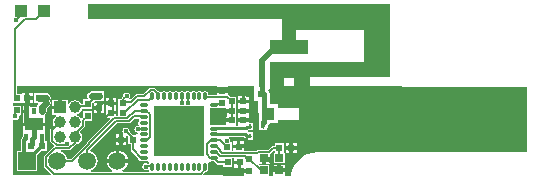
<source format=gtl>
%FSLAX44Y44*%
%MOMM*%
G71*
G01*
G75*
G04 Layer_Physical_Order=1*
G04 Layer_Color=255*
%ADD10R,0.6000X0.6000*%
%ADD11R,0.6000X0.6000*%
%ADD12R,3.4800X0.2000*%
%ADD13R,0.4600X0.4600*%
%ADD14R,0.7500X0.6500*%
%ADD15R,0.2500X0.4000*%
%ADD16R,2.2000X1.0500*%
%ADD17R,1.0500X1.0000*%
%ADD18R,0.3500X0.6000*%
%ADD19R,1.6000X1.0000*%
%ADD20R,1.0000X1.0000*%
%ADD21O,0.7500X0.2800*%
%ADD22O,0.2800X0.7500*%
%ADD23R,4.2000X4.2000*%
%ADD24C,0.1500*%
%ADD25C,0.4000*%
%ADD26C,0.6000*%
%ADD27C,0.2200*%
%ADD28C,0.2500*%
%ADD29C,0.3000*%
%ADD30C,0.2000*%
%ADD31R,4.1148X1.3716*%
%ADD32R,1.0000X1.0000*%
%ADD33C,1.0000*%
%ADD34C,1.5000*%
%ADD35R,1.5000X1.5000*%
%ADD36C,0.4000*%
G36*
X2608920Y2550520D02*
X2609323Y2550250D01*
Y2549250D01*
X2608920Y2548980D01*
X2608389Y2548186D01*
X2608203Y2547250D01*
X2608389Y2546314D01*
X2608842Y2545636D01*
X2608286Y2544805D01*
X2608255Y2544811D01*
X2607085Y2544578D01*
X2606093Y2543915D01*
X2605429Y2542923D01*
X2605197Y2541752D01*
X2605429Y2540582D01*
X2606093Y2539589D01*
X2607085Y2538926D01*
X2607366Y2538870D01*
X2608351Y2538212D01*
X2608115Y2537240D01*
X2603933Y2536766D01*
X2601014Y2539685D01*
X2601103Y2540132D01*
X2600870Y2541302D01*
X2600207Y2542295D01*
X2599214Y2542958D01*
X2598044Y2543191D01*
X2596873Y2542958D01*
X2595881Y2542295D01*
X2595218Y2541302D01*
X2594985Y2540132D01*
X2595218Y2538961D01*
X2595762Y2538148D01*
X2595306Y2537296D01*
Y2534266D01*
X2598306D01*
Y2536040D01*
X2598975Y2536317D01*
X2599806Y2535762D01*
Y2528766D01*
X2602022D01*
Y2524544D01*
X2602158Y2523861D01*
X2602544Y2523283D01*
X2608265Y2517562D01*
X2608203Y2517250D01*
X2608389Y2516314D01*
X2608920Y2515520D01*
X2609714Y2514989D01*
X2610650Y2514803D01*
X2615350D01*
X2616227Y2514977D01*
X2617000Y2514343D01*
Y2513750D01*
X2617293D01*
X2617754Y2513188D01*
X2617327Y2512284D01*
X2616902D01*
X2616233Y2512732D01*
X2615062Y2512965D01*
X2613892Y2512732D01*
X2612899Y2512069D01*
X2612236Y2511077D01*
X2612003Y2509906D01*
X2612236Y2508736D01*
X2612899Y2507743D01*
X2613892Y2507080D01*
X2615062Y2506847D01*
X2616233Y2507080D01*
X2616971Y2507573D01*
X2617514Y2507348D01*
X2617851Y2506406D01*
X2617867Y2506436D01*
X2617532Y2505810D01*
X2595298D01*
X2595103Y2506791D01*
X2595339Y2506889D01*
X2597219Y2508331D01*
X2598661Y2510211D01*
X2599568Y2512401D01*
X2599680Y2513250D01*
X2581920D01*
X2582032Y2512401D01*
X2582939Y2510211D01*
X2584381Y2508331D01*
X2586261Y2506889D01*
X2586497Y2506791D01*
X2586302Y2505810D01*
X2568592D01*
X2568397Y2506791D01*
X2569687Y2507325D01*
X2571462Y2508688D01*
X2572825Y2510463D01*
X2573681Y2512531D01*
X2573973Y2514750D01*
X2573681Y2516969D01*
X2572825Y2519037D01*
X2571462Y2520812D01*
X2569687Y2522175D01*
X2567917Y2522908D01*
X2567728Y2523858D01*
X2567733Y2523900D01*
X2577536Y2533703D01*
X2577800Y2534098D01*
X2590418Y2546716D01*
X2600453D01*
X2601135Y2546852D01*
X2601714Y2547238D01*
X2605192Y2550716D01*
X2608789D01*
X2608920Y2550520D01*
D02*
G37*
G36*
X2683000Y2558750D02*
X2687500D01*
Y2555750D01*
X2683000D01*
Y2552750D01*
Y2550750D01*
X2687500D01*
Y2547750D01*
X2683000D01*
Y2545250D01*
X2669000D01*
X2669000Y2545250D01*
Y2559690D01*
X2683000D01*
Y2558750D01*
D02*
G37*
G36*
X2689750Y2515000D02*
X2694250D01*
Y2513500D01*
X2695750D01*
Y2509000D01*
X2697750D01*
Y2508000D01*
X2702250D01*
Y2505000D01*
X2697750D01*
Y2503120D01*
X2697041Y2502415D01*
X2663546Y2502568D01*
X2663166Y2503492D01*
X2664938Y2505265D01*
X2665250Y2505203D01*
X2666187Y2505389D01*
X2666980Y2505920D01*
X2667511Y2506714D01*
X2667697Y2507650D01*
Y2512350D01*
X2667572Y2512977D01*
X2668207Y2513750D01*
X2669000D01*
Y2514244D01*
X2669773Y2514878D01*
X2670150Y2514803D01*
X2672424D01*
X2674988Y2512238D01*
X2675567Y2511852D01*
X2676250Y2511716D01*
X2680250D01*
Y2509500D01*
X2688250D01*
Y2516966D01*
X2689750D01*
Y2515000D01*
D02*
G37*
G36*
X2716500Y2547000D02*
X2714750Y2542000D01*
X2712750Y2544000D01*
Y2548500D01*
X2716500Y2547000D01*
D02*
G37*
G36*
X2831346Y2577862D02*
X2832232Y2577686D01*
X2937935D01*
Y2522314D01*
X2760000D01*
Y2522378D01*
X2755634Y2521948D01*
X2751436Y2520674D01*
X2747568Y2518606D01*
X2744177Y2515824D01*
X2741394Y2512432D01*
X2739326Y2508564D01*
X2738052Y2504366D01*
X2737850Y2502314D01*
X2733000D01*
Y2505500D01*
X2722500D01*
Y2502314D01*
X2719500D01*
Y2502750D01*
X2719500D01*
Y2511250D01*
X2711066D01*
X2710510Y2512081D01*
X2710580Y2512250D01*
X2713250D01*
Y2517000D01*
X2714750D01*
Y2518500D01*
X2720000D01*
Y2520829D01*
X2720115Y2520851D01*
X2720694Y2521238D01*
X2723076Y2523621D01*
X2724000Y2523238D01*
Y2521750D01*
D01*
Y2521750D01*
X2723500Y2521250D01*
X2723000D01*
Y2512750D01*
X2732500D01*
Y2521250D01*
X2732000D01*
Y2521750D01*
X2732000D01*
Y2529750D01*
X2724000D01*
Y2527534D01*
X2722682D01*
X2721999Y2527399D01*
X2721420Y2527012D01*
X2718693Y2524284D01*
X2710068D01*
X2709385Y2524149D01*
X2708806Y2523762D01*
X2708579Y2523534D01*
X2698000D01*
Y2525500D01*
X2689000D01*
Y2523534D01*
X2687500D01*
Y2531000D01*
X2687174D01*
X2686559Y2531750D01*
X2686326Y2532921D01*
X2685663Y2533913D01*
X2685156Y2534252D01*
X2685446Y2535209D01*
X2698263D01*
X2698986Y2534486D01*
X2699680Y2534022D01*
X2700500Y2533859D01*
X2701010D01*
Y2532760D01*
X2705750D01*
Y2532500D01*
X2705993D01*
Y2533591D01*
Y2538501D01*
X2705993Y2539310D01*
X2705166Y2539327D01*
X2701290D01*
X2701264Y2540749D01*
X2705997D01*
Y2547500D01*
X2705750D01*
Y2547240D01*
X2702000D01*
Y2547750D01*
X2693000D01*
Y2544750D01*
D01*
Y2544750D01*
X2692691Y2544441D01*
X2691500D01*
Y2545250D01*
X2691500D01*
Y2553250D01*
D01*
Y2553250D01*
X2691500Y2553250D01*
Y2553250D01*
X2691500D01*
X2691500D01*
Y2561250D01*
Y2569250D01*
X2686023D01*
X2685012Y2570262D01*
X2684433Y2570648D01*
X2684250Y2570685D01*
Y2572250D01*
X2675250D01*
Y2570784D01*
X2667697D01*
Y2571850D01*
X2667511Y2572786D01*
X2666980Y2573580D01*
X2666187Y2574111D01*
X2665250Y2574297D01*
X2664314Y2574111D01*
X2663520Y2573580D01*
X2663250Y2573177D01*
X2662250D01*
X2661980Y2573580D01*
X2661187Y2574111D01*
X2660250Y2574297D01*
X2659314Y2574111D01*
X2658520Y2573580D01*
X2658250Y2573177D01*
X2657250D01*
X2656980Y2573580D01*
X2656187Y2574111D01*
X2655250Y2574297D01*
X2654314Y2574111D01*
X2653520Y2573580D01*
X2653250Y2573177D01*
X2652250D01*
X2651980Y2573580D01*
X2651187Y2574111D01*
X2650250Y2574297D01*
X2649314Y2574111D01*
X2648520Y2573580D01*
X2648250Y2573177D01*
X2647250D01*
X2646980Y2573580D01*
X2646187Y2574111D01*
X2645250Y2574297D01*
X2644314Y2574111D01*
X2643520Y2573580D01*
X2643250Y2573177D01*
X2642250D01*
X2641980Y2573580D01*
X2641187Y2574111D01*
X2640250Y2574297D01*
X2639314Y2574111D01*
X2638520Y2573580D01*
X2638250Y2573177D01*
X2637250D01*
X2636980Y2573580D01*
X2636187Y2574111D01*
X2635250Y2574297D01*
X2634314Y2574111D01*
X2633520Y2573580D01*
X2633250Y2573177D01*
X2632250D01*
X2631980Y2573580D01*
X2631187Y2574111D01*
X2630250Y2574297D01*
X2629314Y2574111D01*
X2628520Y2573580D01*
X2628250Y2573177D01*
X2627250D01*
X2626980Y2573580D01*
X2626187Y2574111D01*
X2625250Y2574297D01*
X2624901Y2574228D01*
X2622816Y2576312D01*
X2622238Y2576699D01*
X2621555Y2576834D01*
X2618945D01*
X2618262Y2576699D01*
X2617683Y2576312D01*
X2612863Y2571490D01*
X2612672Y2571453D01*
X2612617Y2571416D01*
X2607139D01*
X2606456Y2571280D01*
X2605877Y2570893D01*
X2602208Y2567224D01*
X2601213Y2567322D01*
X2600969Y2567687D01*
X2601632Y2568680D01*
X2601865Y2569850D01*
X2601632Y2571021D01*
X2600969Y2572013D01*
X2599977Y2572676D01*
X2598806Y2572909D01*
X2597635Y2572676D01*
X2596643Y2572013D01*
X2595980Y2571021D01*
X2595747Y2569850D01*
X2595836Y2569403D01*
X2594670Y2568238D01*
X2594283Y2567659D01*
X2594252Y2567500D01*
X2591500D01*
Y2559750D01*
X2591250D01*
Y2552784D01*
X2589750D01*
Y2554250D01*
X2585250D01*
Y2557250D01*
X2589750D01*
Y2559000D01*
X2590000D01*
Y2562000D01*
X2585500D01*
Y2563500D01*
X2584000D01*
Y2568000D01*
X2581000D01*
Y2560250D01*
X2580750D01*
Y2551250D01*
X2584487D01*
X2584870Y2550326D01*
X2567571Y2533027D01*
X2567549Y2533022D01*
X2566970Y2532636D01*
X2565439Y2531104D01*
X2565052Y2530525D01*
X2564923Y2529878D01*
X2551579Y2516534D01*
X2548338D01*
X2548281Y2516969D01*
X2547425Y2519037D01*
X2546062Y2520812D01*
X2544287Y2522175D01*
X2542693Y2522835D01*
X2542888Y2523816D01*
X2546272D01*
X2546297Y2523800D01*
X2546979Y2523664D01*
X2550086D01*
X2550769Y2523800D01*
X2551348Y2524186D01*
X2556128Y2528967D01*
X2557291Y2529198D01*
X2559276Y2530524D01*
X2560602Y2532509D01*
X2561068Y2534850D01*
X2560602Y2537191D01*
X2559276Y2539176D01*
X2559219Y2539750D01*
X2562962Y2543492D01*
X2563348Y2544071D01*
X2563484Y2544754D01*
Y2548341D01*
X2564055Y2548912D01*
X2569532D01*
Y2556912D01*
X2561532D01*
Y2551500D01*
X2560791Y2550829D01*
X2559918Y2550915D01*
X2559276Y2551876D01*
X2557291Y2553202D01*
X2556295Y2553400D01*
Y2554400D01*
X2557291Y2554598D01*
X2559276Y2555924D01*
X2560602Y2557909D01*
X2560801Y2558912D01*
X2561532D01*
Y2558912D01*
X2569532D01*
Y2563544D01*
X2570363Y2564100D01*
X2570750Y2563940D01*
Y2561250D01*
X2573750D01*
Y2564250D01*
X2571317D01*
X2571286Y2564297D01*
X2571286D01*
X2570957Y2564790D01*
X2571429Y2565672D01*
X2575250D01*
X2575644Y2565750D01*
X2579250D01*
Y2569356D01*
X2579328Y2569750D01*
X2579250Y2570144D01*
Y2573750D01*
X2575644D01*
X2575250Y2573828D01*
X2569250D01*
X2567689Y2573518D01*
X2566366Y2572634D01*
X2565482Y2571311D01*
X2565172Y2569750D01*
X2565482Y2568189D01*
X2565746Y2567794D01*
X2565275Y2566912D01*
X2561532D01*
Y2562918D01*
X2560383D01*
X2559276Y2564576D01*
X2557291Y2565902D01*
X2554950Y2566367D01*
X2552609Y2565902D01*
X2550624Y2564576D01*
X2549707Y2563203D01*
X2548750Y2563493D01*
Y2566750D01*
X2543750D01*
Y2560250D01*
X2542250D01*
Y2558750D01*
X2535750D01*
Y2553750D01*
X2539007D01*
X2539297Y2552793D01*
X2537924Y2551876D01*
X2536598Y2549891D01*
X2536133Y2547550D01*
X2536598Y2545209D01*
X2536913Y2544737D01*
X2534238Y2542062D01*
X2533851Y2541483D01*
X2533716Y2540800D01*
X2533716Y2540800D01*
X2533716D01*
X2533716Y2540800D01*
X2533716D01*
Y2532054D01*
X2533851Y2531371D01*
X2534238Y2530792D01*
X2536946Y2528085D01*
X2536848Y2527090D01*
X2536507Y2526862D01*
X2528988Y2519343D01*
X2528602Y2518764D01*
X2528466Y2518082D01*
Y2510711D01*
X2528602Y2510029D01*
X2528988Y2509450D01*
X2534356Y2504082D01*
X2533971Y2503159D01*
X2502314Y2503304D01*
Y2549294D01*
X2503196Y2549766D01*
X2503330Y2549677D01*
X2504500Y2549444D01*
X2505671Y2549677D01*
X2506663Y2550340D01*
X2507326Y2551332D01*
X2507559Y2552503D01*
X2507465Y2552977D01*
X2508099Y2553750D01*
X2509500D01*
Y2561750D01*
X2502314D01*
Y2563750D01*
X2509293D01*
X2509293Y2563750D01*
X2509293Y2563750D01*
X2509500Y2563750D01*
D01*
X2510000Y2563500D01*
X2510207Y2563500D01*
X2510207Y2563500D01*
Y2563500D01*
X2513000D01*
Y2568000D01*
Y2572500D01*
X2510000D01*
Y2572250D01*
X2509500Y2571750D01*
X2509293Y2571750D01*
X2509293Y2571750D01*
Y2571750D01*
X2505848D01*
Y2578000D01*
X2675250D01*
Y2575250D01*
X2684250D01*
Y2578000D01*
X2706500D01*
Y2577250D01*
X2706500D01*
Y2565250D01*
X2709642D01*
Y2554994D01*
X2711006Y2554996D01*
X2711003Y2554992D01*
Y2540749D01*
X2717750D01*
Y2541312D01*
X2719351Y2545886D01*
X2719460Y2546049D01*
X2719599Y2546750D01*
X2726750D01*
Y2549784D01*
X2744856D01*
Y2559690D01*
X2726750D01*
Y2562750D01*
X2719838D01*
Y2571250D01*
X2719450Y2573201D01*
X2718500Y2574622D01*
Y2574969D01*
X2719331Y2575524D01*
X2719437Y2575480D01*
X2719589Y2575328D01*
X2719591Y2575327D01*
X2719591Y2575327D01*
X2719591D01*
X2719601Y2575323D01*
X2719817Y2575323D01*
X2720017Y2575240D01*
X2720020Y2575242D01*
X2721016D01*
X2721019Y2575243D01*
X2721021Y2575242D01*
X2721022Y2575242D01*
X2721781Y2575558D01*
Y2575559D01*
X2721785Y2575562D01*
D01*
X2721785Y2575562D01*
X2721785Y2575562D01*
X2721785D01*
X2721785Y2575562D01*
X2721785Y2575562D01*
Y2575562D01*
X2721941Y2575944D01*
X2722098Y2576324D01*
X2722098Y2576324D01*
X2722098D01*
X2722540Y2576507D01*
X2731926Y2576505D01*
X2732126Y2576588D01*
X2732342Y2576588D01*
X2732352Y2576593D01*
X2732352D01*
X2732352Y2576593D01*
X2732354Y2576594D01*
X2732506Y2576745D01*
X2732692Y2576822D01*
X2732693Y2576827D01*
X2732694Y2576828D01*
X2732696Y2576828D01*
X2732697Y2576832D01*
X2732699Y2576836D01*
X2732710Y2576841D01*
X2732787Y2577026D01*
X2732939Y2577178D01*
X2732939Y2577180D01*
X2732939Y2577180D01*
Y2577180D01*
X2732944Y2577191D01*
X2732944Y2577401D01*
X2733025Y2577589D01*
X2733026Y2577603D01*
X2733026Y2577605D01*
X2733027Y2577606D01*
D01*
X2733987Y2578000D01*
X2738974D01*
X2738977Y2577597D01*
X2739060Y2577402D01*
X2739060Y2577191D01*
X2739065Y2577180D01*
Y2577180D01*
X2739065Y2577180D01*
X2739066Y2577178D01*
X2739221Y2577023D01*
X2739300Y2576834D01*
X2739309Y2576831D01*
X2739312Y2576823D01*
X2739498Y2576746D01*
X2739650Y2576594D01*
X2739652Y2576593D01*
X2739652Y2576593D01*
X2739652D01*
X2739662Y2576588D01*
X2739879Y2576588D01*
X2740078Y2576505D01*
X2740081Y2576507D01*
X2746924Y2576512D01*
X2753515Y2576505D01*
X2753715Y2576588D01*
X2753932Y2576588D01*
X2753942Y2576593D01*
X2753942D01*
X2753942Y2576593D01*
X2753944Y2576594D01*
X2754095Y2576745D01*
X2754281Y2576822D01*
X2754286Y2576834D01*
X2754295Y2576838D01*
X2754296D01*
X2754296D01*
X2754296D01*
Y2576838D01*
X2754300Y2576841D01*
X2754300D01*
X2754377Y2577026D01*
X2754529Y2577178D01*
X2754529Y2577180D01*
X2754529Y2577180D01*
Y2577180D01*
X2754534Y2577191D01*
X2754534Y2577406D01*
X2754594Y2577552D01*
X2754615Y2577602D01*
Y2577603D01*
X2754617Y2577606D01*
X2755569Y2578000D01*
X2831139D01*
X2831346Y2577862D01*
D02*
G37*
G36*
X2821884Y2647473D02*
X2821889Y2647461D01*
X2821888Y2585993D01*
X2821889D01*
X2821884Y2585980D01*
X2821871Y2585975D01*
X2815525Y2585976D01*
X2753561Y2585726D01*
X2753533Y2577606D01*
X2753534D01*
X2753529Y2577593D01*
X2753516Y2577588D01*
X2746924Y2577594D01*
X2740078Y2577589D01*
Y2577588D01*
X2740065Y2577593D01*
X2740060Y2577606D01*
X2740000Y2585308D01*
X2732065D01*
X2731943Y2577606D01*
X2731944D01*
X2731939Y2577593D01*
X2731926Y2577588D01*
X2721028Y2577589D01*
Y2577588D01*
X2721015Y2577593D01*
X2721010Y2577606D01*
X2721016Y2576324D01*
X2720017D01*
Y2576323D01*
X2720004Y2576328D01*
X2719998Y2576341D01*
X2720000Y2598693D01*
X2719998D01*
X2720004Y2598705D01*
X2720017Y2598711D01*
X2800000Y2598709D01*
Y2625308D01*
X2742065D01*
Y2617373D01*
X2752049D01*
Y2617375D01*
X2752061Y2617369D01*
X2752067Y2617357D01*
X2752065Y2605325D01*
X2752067D01*
X2752061Y2605312D01*
X2752049Y2605307D01*
X2721440Y2605308D01*
X2715536Y2599404D01*
X2715461Y2599330D01*
X2715455Y2578905D01*
X2715500D01*
X2715321Y2578006D01*
X2714812Y2577245D01*
X2714051Y2576736D01*
X2713152Y2576557D01*
X2712254Y2576736D01*
X2711492Y2577245D01*
X2710983Y2578006D01*
X2710804Y2578905D01*
X2710856Y2600284D01*
X2710811D01*
X2710990Y2601182D01*
X2711498Y2601944D01*
X2711505Y2601948D01*
X2720000Y2610381D01*
Y2617357D01*
X2719998D01*
X2720004Y2617369D01*
X2720017Y2617375D01*
X2730000Y2617373D01*
Y2635308D01*
X2565839D01*
Y2635306D01*
X2565826Y2635312D01*
X2565821Y2635325D01*
X2565822Y2647461D01*
X2565821D01*
X2565826Y2647473D01*
X2565839Y2647479D01*
X2821871Y2647477D01*
Y2647479D01*
X2821884Y2647473D01*
D02*
G37*
%LPC*%
G36*
X2736500Y2524250D02*
X2733500D01*
Y2521250D01*
X2736500D01*
Y2524250D01*
D02*
G37*
G36*
Y2530250D02*
X2733500D01*
Y2527250D01*
X2736500D01*
Y2530250D01*
D02*
G37*
G36*
X2742500Y2524250D02*
X2739500D01*
Y2521250D01*
X2742500D01*
Y2524250D01*
D02*
G37*
G36*
X2598306Y2531266D02*
X2595306D01*
Y2528266D01*
X2598306D01*
Y2531266D01*
D02*
G37*
G36*
X2592306D02*
X2589306D01*
Y2528266D01*
X2592306D01*
Y2531266D01*
D02*
G37*
G36*
X2742500Y2530250D02*
X2739500D01*
Y2527250D01*
X2742500D01*
Y2530250D01*
D02*
G37*
G36*
X2733000Y2511750D02*
X2729250D01*
Y2508500D01*
X2733000D01*
Y2511750D01*
D02*
G37*
G36*
X2726250D02*
X2722500D01*
Y2508500D01*
X2726250D01*
Y2511750D01*
D02*
G37*
G36*
X2529750Y2544250D02*
X2510750D01*
Y2539457D01*
X2510750Y2539457D01*
X2510750Y2539457D01*
X2510750Y2539250D01*
X2511000Y2538750D01*
D01*
X2511000Y2538543D01*
X2511000Y2538543D01*
X2511000D01*
Y2535605D01*
X2509948Y2534552D01*
X2509395Y2533725D01*
X2509201Y2532750D01*
Y2531535D01*
Y2523250D01*
X2506100D01*
Y2506250D01*
X2523100D01*
Y2519745D01*
X2526855Y2523500D01*
X2531250D01*
Y2531500D01*
X2529799D01*
Y2534250D01*
X2529605Y2535226D01*
X2529500Y2535383D01*
Y2538543D01*
X2529500Y2538543D01*
X2529500Y2538543D01*
X2529500Y2538750D01*
D01*
X2529750Y2539250D01*
X2529750Y2539457D01*
X2529750Y2539457D01*
X2529750D01*
Y2544250D01*
D02*
G37*
G36*
X2692750Y2512000D02*
X2689750D01*
Y2509000D01*
X2692750D01*
Y2512000D01*
D02*
G37*
G36*
X2592300Y2523630D02*
Y2516250D01*
X2599680D01*
X2599568Y2517099D01*
X2598661Y2519289D01*
X2597219Y2521169D01*
X2595339Y2522612D01*
X2593149Y2523518D01*
X2592300Y2523630D01*
D02*
G37*
G36*
X2589300D02*
X2588451Y2523518D01*
X2586261Y2522612D01*
X2584381Y2521169D01*
X2582939Y2519289D01*
X2582032Y2517099D01*
X2581920Y2516250D01*
X2589300D01*
Y2523630D01*
D02*
G37*
G36*
X2720000Y2515500D02*
X2716250D01*
Y2512250D01*
X2720000D01*
Y2515500D01*
D02*
G37*
G36*
X2692000Y2531500D02*
X2689000D01*
Y2528500D01*
X2692000D01*
Y2531500D01*
D02*
G37*
G36*
X2530250Y2572328D02*
X2528993Y2572078D01*
X2524500D01*
X2524106Y2572000D01*
X2520500D01*
Y2568394D01*
X2520422Y2568000D01*
X2520500Y2567606D01*
Y2564000D01*
X2523217D01*
X2523689Y2563118D01*
X2522982Y2562061D01*
X2522931Y2561802D01*
X2522721Y2560750D01*
X2517707D01*
X2517707Y2560750D01*
X2517707Y2560750D01*
X2517500Y2560750D01*
X2517000Y2561250D01*
X2516793Y2561250D01*
X2516793Y2561250D01*
Y2561250D01*
X2515250D01*
Y2556750D01*
X2513750D01*
Y2555250D01*
X2510500D01*
Y2552957D01*
X2510500Y2552957D01*
X2510500Y2552957D01*
X2510500Y2552250D01*
X2510750Y2552250D01*
X2510750Y2551543D01*
X2510750Y2551543D01*
X2510750D01*
Y2547250D01*
X2529750D01*
Y2552043D01*
X2529750Y2552043D01*
X2529750Y2552043D01*
X2529750Y2552250D01*
X2529500Y2552750D01*
D01*
X2529500Y2552957D01*
X2529500Y2552957D01*
X2529500D01*
Y2553777D01*
X2529634Y2553866D01*
X2530518Y2555189D01*
X2530828Y2556750D01*
Y2558811D01*
X2533134Y2561116D01*
X2534018Y2562439D01*
X2534328Y2564000D01*
X2534018Y2565561D01*
X2533724Y2566000D01*
X2534018Y2566439D01*
X2534328Y2568000D01*
Y2568250D01*
X2534018Y2569811D01*
X2533134Y2571134D01*
X2531811Y2572018D01*
X2530250Y2572328D01*
D02*
G37*
G36*
X2702000Y2563750D02*
X2693000D01*
Y2560750D01*
Y2558750D01*
X2702000D01*
Y2560750D01*
Y2563750D01*
D02*
G37*
G36*
X2512250Y2561250D02*
X2510500D01*
Y2558250D01*
X2512250D01*
Y2561250D01*
D02*
G37*
G36*
X2540750Y2566750D02*
X2535750D01*
Y2561750D01*
X2540750D01*
Y2566750D01*
D02*
G37*
G36*
X2696000Y2569750D02*
X2693000D01*
Y2566750D01*
X2696000D01*
Y2569750D01*
D02*
G37*
G36*
X2590000Y2568000D02*
X2587000D01*
Y2565000D01*
X2590000D01*
Y2568000D01*
D02*
G37*
G36*
X2519000Y2566500D02*
X2516000D01*
Y2563500D01*
X2519000D01*
Y2566500D01*
D02*
G37*
G36*
Y2572500D02*
X2516000D01*
Y2569500D01*
X2519000D01*
Y2572500D01*
D02*
G37*
G36*
X2592306Y2537266D02*
X2589306D01*
Y2534266D01*
X2592306D01*
Y2537266D01*
D02*
G37*
G36*
X2698000Y2531500D02*
X2695000D01*
Y2528500D01*
X2698000D01*
Y2531500D01*
D02*
G37*
G36*
X2702000Y2569750D02*
X2699000D01*
Y2566750D01*
X2702000D01*
Y2569750D01*
D02*
G37*
G36*
X2579750Y2564250D02*
X2576750D01*
Y2559750D01*
Y2555250D01*
X2579750D01*
Y2564250D01*
D02*
G37*
G36*
X2573750Y2558250D02*
X2570750D01*
Y2555250D01*
X2573750D01*
Y2558250D01*
D02*
G37*
G36*
X2702000Y2555750D02*
X2693000D01*
Y2552750D01*
Y2550750D01*
X2702000D01*
Y2552750D01*
Y2555750D01*
D02*
G37*
%LPD*%
D10*
X2684250Y2513500D02*
D03*
X2694250D02*
D03*
X2595500Y2563500D02*
D03*
X2585500D02*
D03*
X2595250Y2555750D02*
D03*
X2585250D02*
D03*
X2603806Y2532766D02*
D03*
X2593806D02*
D03*
X2683500Y2527000D02*
D03*
X2693500Y2527000D02*
D03*
X2687500Y2565250D02*
D03*
X2697500D02*
D03*
X2687500Y2557250D02*
D03*
X2697500D02*
D03*
X2687500Y2549250D02*
D03*
X2697500D02*
D03*
X2712500Y2571250D02*
D03*
X2702500D02*
D03*
X2728000Y2525750D02*
D03*
X2738000D02*
D03*
X2514500Y2568000D02*
D03*
X2524500D02*
D03*
X2517250Y2527500D02*
D03*
X2527250D02*
D03*
D11*
X2565532Y2552912D02*
D03*
Y2562912D02*
D03*
X2702250Y2516500D02*
D03*
Y2506500D02*
D03*
X2679750Y2573750D02*
D03*
Y2563750D02*
D03*
X2505500Y2567750D02*
D03*
Y2557750D02*
D03*
X2575250Y2569750D02*
D03*
Y2559750D02*
D03*
D12*
X2737380Y2576962D02*
D03*
D13*
X2713159Y2578779D02*
D03*
D14*
X2714750Y2507000D02*
D03*
X2727750D02*
D03*
X2714750Y2517000D02*
D03*
X2727750D02*
D03*
D15*
X2713500Y2536000D02*
D03*
Y2544000D02*
D03*
X2708500Y2536000D02*
D03*
Y2544000D02*
D03*
X2703500Y2536000D02*
D03*
Y2544000D02*
D03*
D16*
X2733750Y2569500D02*
D03*
X2733750Y2540000D02*
D03*
D17*
X2718500Y2554750D02*
D03*
D18*
X2513750Y2534750D02*
D03*
X2520250D02*
D03*
X2513750Y2556750D02*
D03*
X2520250D02*
D03*
X2526750Y2534750D02*
D03*
Y2556750D02*
D03*
D19*
X2520250Y2545750D02*
D03*
D20*
X2509500Y2642000D02*
D03*
X2528500D02*
D03*
D21*
X2613000Y2562250D02*
D03*
Y2557250D02*
D03*
Y2552250D02*
D03*
Y2547250D02*
D03*
Y2542250D02*
D03*
Y2537250D02*
D03*
Y2532250D02*
D03*
Y2527250D02*
D03*
Y2522250D02*
D03*
Y2517250D02*
D03*
X2672500D02*
D03*
Y2522250D02*
D03*
Y2527250D02*
D03*
Y2532250D02*
D03*
Y2537250D02*
D03*
Y2542250D02*
D03*
Y2547250D02*
D03*
Y2552250D02*
D03*
Y2557250D02*
D03*
Y2562250D02*
D03*
D22*
X2620250Y2510000D02*
D03*
X2625250D02*
D03*
X2630250D02*
D03*
X2635250D02*
D03*
X2640250D02*
D03*
X2645250D02*
D03*
X2650250D02*
D03*
X2655250D02*
D03*
X2660250D02*
D03*
X2665250D02*
D03*
Y2569500D02*
D03*
X2660250D02*
D03*
X2655250D02*
D03*
X2650250D02*
D03*
X2645250D02*
D03*
X2640250D02*
D03*
X2635250D02*
D03*
X2630250D02*
D03*
X2625250D02*
D03*
X2620250D02*
D03*
D23*
X2642750Y2539750D02*
D03*
D24*
X2696627Y2528623D02*
X2712220D01*
X2587500Y2556750D02*
Y2565000D01*
X2580254Y2564003D02*
X2582747D01*
X2580090Y2551562D02*
X2585932Y2557404D01*
X2672250Y2562300D02*
X2675550D01*
X2665250Y2508100D02*
Y2510300D01*
X2670050Y2532500D02*
X2678000D01*
X2611198Y2517500D02*
X2613250D01*
X2611298Y2517400D02*
X2613250D01*
X2611050Y2517300D02*
X2613250D01*
X2555372Y2561976D02*
X2556214Y2561134D01*
X2607139Y2569632D02*
X2613182D01*
X2678000Y2532500D02*
X2681125Y2529375D01*
X2573660Y2551562D02*
X2580090D01*
X2611198Y2517500D02*
X2611298Y2517400D01*
X2536389Y2504572D02*
X2536830D01*
X2595932Y2566976D02*
X2598806Y2569850D01*
X2595932Y2565024D02*
Y2566976D01*
X2563754Y2561134D02*
X2565532Y2562912D01*
X2556214Y2561134D02*
X2563754D01*
X2615062Y2509906D02*
Y2510500D01*
X2692278Y2506278D02*
Y2506858D01*
X2712000Y2507000D02*
X2714750D01*
X2727750Y2517000D02*
Y2525500D01*
X2728000Y2525750D01*
X2698932Y2518750D02*
X2700932Y2516750D01*
X2676250Y2513500D02*
X2684250D01*
X2709318Y2521750D02*
X2710068Y2522500D01*
X2678000Y2518750D02*
Y2518950D01*
X2679568Y2521750D02*
X2709318D01*
X2678000Y2518750D02*
X2698932D01*
X2678000Y2523318D02*
Y2523950D01*
Y2523318D02*
X2679568Y2521750D01*
X2702000Y2506250D02*
X2702250Y2506500D01*
X2694250Y2508250D02*
Y2513500D01*
X2714750Y2517000D02*
X2716250D01*
X2710068Y2522500D02*
X2719432D01*
X2722682Y2525750D01*
X2728000D01*
X2716250Y2517000D02*
X2726250Y2507000D01*
X2727750D01*
X2585500Y2561007D02*
Y2563500D01*
X2582747Y2564003D02*
X2582790Y2563960D01*
X2687500Y2549250D02*
Y2557250D01*
X2536830Y2504572D02*
X2537376Y2504026D01*
X2661176D02*
X2665250Y2508100D01*
X2580254Y2564003D02*
X2580754Y2563503D01*
X2675550Y2562300D02*
X2677500Y2564250D01*
X2687500Y2557250D02*
Y2565250D01*
X2677500Y2564250D02*
X2678262Y2563488D01*
X2665250Y2569300D02*
X2665550Y2569000D01*
X2683750D02*
X2687500Y2565250D01*
X2504064Y2568686D02*
X2505000Y2567750D01*
X2504500Y2552503D02*
Y2556750D01*
X2504064Y2568686D02*
Y2626500D01*
X2512814Y2635250D01*
X2521750D01*
X2528500Y2642000D01*
X2589679Y2548500D02*
X2600453D01*
X2588067Y2551000D02*
X2599110D01*
X2605410Y2557300D01*
X2600453Y2548500D02*
X2604453Y2552500D01*
X2666500Y2528950D02*
X2670050Y2532500D01*
X2666500Y2520444D02*
Y2528950D01*
Y2520444D02*
X2669444Y2517500D01*
X2537376Y2504026D02*
X2661176D01*
X2603806Y2524544D02*
X2611050Y2517300D01*
X2603806Y2524544D02*
Y2532766D01*
Y2534370D01*
X2598044Y2540132D02*
X2603806Y2534370D01*
X2579003Y2563503D02*
X2580754D01*
X2575250Y2559750D02*
X2579003Y2563503D01*
X2566700Y2529842D02*
X2568232Y2531374D01*
X2565400Y2514750D02*
Y2524090D01*
X2566700Y2529131D02*
Y2529842D01*
X2539454Y2528100D02*
X2547435D01*
X2535500Y2532054D02*
X2539454Y2528100D01*
X2535500Y2532054D02*
Y2540800D01*
X2542250Y2547550D01*
X2554950Y2534850D02*
Y2538004D01*
X2561700Y2549080D02*
X2565532Y2552912D01*
X2561700Y2544754D02*
Y2549080D01*
X2554950Y2538004D02*
X2561700Y2544754D01*
X2568232Y2531374D02*
X2568441D01*
X2565400Y2524090D02*
X2576274Y2534964D01*
Y2535095D01*
X2589679Y2548500D01*
X2568441Y2531374D02*
X2588067Y2551000D01*
X2540000Y2514750D02*
X2552319D01*
X2566700Y2529131D01*
X2537769Y2525600D02*
X2546827D01*
X2547435Y2528100D02*
X2548533Y2529198D01*
X2554950Y2530312D02*
Y2534850D01*
X2546827Y2525600D02*
X2546979Y2525448D01*
X2550086D01*
X2554950Y2530312D01*
X2530250Y2510711D02*
X2536389Y2504572D01*
X2530250Y2510711D02*
Y2518082D01*
X2537769Y2525600D01*
X2530250Y2522750D02*
X2530975D01*
X2533500Y2525275D02*
Y2527500D01*
X2530975Y2522750D02*
X2533500Y2525275D01*
X2669444Y2517500D02*
X2672250D01*
X2625250Y2569550D02*
Y2571355D01*
X2625250Y2569500D02*
Y2569550D01*
X2613182Y2569632D02*
X2613354Y2569804D01*
X2650250Y2563760D02*
X2650257Y2563753D01*
X2645250Y2569550D02*
X2645250Y2569550D01*
X2597500Y2565000D02*
X2602507D01*
X2607139Y2569632D01*
X2597654Y2555904D02*
X2608382Y2566632D01*
X2617382D01*
X2620250Y2569500D01*
X2613527Y2569632D02*
X2618945Y2575050D01*
X2621555D01*
X2625250Y2571355D01*
X2613250Y2532500D02*
X2616066D01*
X2665550Y2569000D02*
X2683750D01*
X2674450Y2527500D02*
X2678000Y2523950D01*
X2674450Y2522500D02*
X2678000Y2518950D01*
X2650250Y2563760D02*
Y2569300D01*
X2645250Y2569500D02*
Y2569550D01*
X2672250Y2517500D02*
X2672500Y2517250D01*
X2676250Y2513500D01*
X2692250Y2506250D02*
X2702000D01*
X2692278Y2506278D02*
X2694250Y2508250D01*
X2692250Y2506830D02*
X2692278Y2506858D01*
X2692250Y2506250D02*
Y2506830D01*
X2604453Y2552500D02*
X2613250D01*
X2615062Y2510500D02*
X2620250D01*
X2672250Y2522500D02*
X2674450D01*
X2702250Y2516750D02*
X2712000Y2507000D01*
X2700932Y2516750D02*
X2702250D01*
X2645250Y2563446D02*
Y2569500D01*
X2672250Y2527500D02*
X2674450D01*
X2616066Y2532500D02*
X2618500Y2534934D01*
Y2554450D01*
X2615450Y2557500D02*
X2618500Y2554450D01*
X2605410Y2557300D02*
X2613250D01*
D25*
X2669750Y2576000D02*
X2685000D01*
X2520250Y2534750D02*
Y2545750D01*
X2714740Y2554750D02*
Y2571250D01*
X2714750Y2548000D02*
Y2554750D01*
X2713159Y2571250D02*
Y2578779D01*
X2712500Y2571250D02*
X2713159D01*
X2714740D01*
X2714750Y2554750D02*
X2718500D01*
X2514500Y2562750D02*
Y2568000D01*
X2513750Y2556750D02*
Y2562000D01*
X2514500Y2562750D01*
X2517250Y2527500D02*
X2518500Y2528750D01*
Y2533000D01*
X2520250Y2534750D01*
X2513750Y2548250D02*
Y2556750D01*
Y2548250D02*
X2516250Y2545750D01*
D26*
X2530250Y2568000D02*
Y2568250D01*
X2524500Y2568000D02*
X2530250D01*
X2526750Y2560500D02*
X2530250Y2564000D01*
X2526750Y2556750D02*
Y2560500D01*
X2569250Y2569750D02*
X2575250D01*
D27*
X2672250Y2542300D02*
X2673672D01*
X2672300Y2537350D02*
X2699150D01*
X2672250Y2537300D02*
X2672300Y2537350D01*
X2699150D02*
X2700500Y2536000D01*
X2703500D01*
X2703000Y2543500D02*
X2703500Y2544000D01*
X2699506Y2542300D02*
X2700706Y2543500D01*
X2703000D01*
X2673672Y2542300D02*
X2699506D01*
D28*
X2672250Y2542250D02*
Y2542300D01*
X2673672D02*
X2673728Y2542356D01*
D29*
X2527250Y2527500D02*
Y2534250D01*
X2511750Y2531535D02*
X2513750Y2533535D01*
Y2534750D01*
X2511750Y2532750D02*
X2513750Y2534750D01*
X2511750Y2517600D02*
Y2531535D01*
Y2532750D01*
X2516000Y2516250D02*
X2527250Y2527500D01*
D30*
X2509500Y2638750D02*
Y2642000D01*
X2505000Y2634250D02*
X2509500Y2638750D01*
X2569250Y2566630D02*
Y2569750D01*
X2565532Y2562912D02*
X2569250Y2566630D01*
D31*
X2740538Y2571120D02*
D03*
D32*
X2542250Y2560250D02*
D03*
D33*
X2554950D02*
D03*
X2542250Y2547550D02*
D03*
X2554950D02*
D03*
X2542250Y2534850D02*
D03*
X2554950D02*
D03*
D34*
X2590800Y2514750D02*
D03*
X2565400D02*
D03*
X2540000D02*
D03*
D35*
X2514600D02*
D03*
D36*
X2679500Y2506250D02*
D03*
X2573660Y2551562D02*
D03*
X2695000Y2574250D02*
D03*
X2809750Y2574000D02*
D03*
X2824250D02*
D03*
X2839500D02*
D03*
X2855750D02*
D03*
X2872750D02*
D03*
X2889000D02*
D03*
X2905750D02*
D03*
X2925250D02*
D03*
X2737499Y2534999D02*
D03*
X2782499Y2564999D02*
D03*
X2797499Y2534999D02*
D03*
X2789999Y2549999D02*
D03*
X2797499Y2564999D02*
D03*
X2812499Y2534999D02*
D03*
X2804999Y2549999D02*
D03*
X2812499Y2564999D02*
D03*
X2827499Y2534999D02*
D03*
X2819999Y2549999D02*
D03*
X2827499Y2564999D02*
D03*
X2842499Y2534999D02*
D03*
X2834999Y2549999D02*
D03*
X2842499Y2564999D02*
D03*
X2857499Y2534999D02*
D03*
X2849999Y2549999D02*
D03*
X2857499Y2564999D02*
D03*
X2872499Y2534999D02*
D03*
X2864999Y2549999D02*
D03*
X2872499Y2564999D02*
D03*
X2887499Y2534999D02*
D03*
X2879999Y2549999D02*
D03*
X2887499Y2564999D02*
D03*
X2902499Y2534999D02*
D03*
X2894999Y2549999D02*
D03*
X2902499Y2564999D02*
D03*
X2917499Y2534999D02*
D03*
X2909999Y2549999D02*
D03*
X2917499Y2564999D02*
D03*
X2932499Y2534999D02*
D03*
X2924999Y2549999D02*
D03*
X2932499Y2564999D02*
D03*
X2683500Y2531750D02*
D03*
X2704216Y2564516D02*
D03*
X2704470Y2557912D02*
D03*
X2782702Y2535052D02*
D03*
X2767716D02*
D03*
X2775336Y2550292D02*
D03*
X2764922Y2565024D02*
D03*
X2758064Y2550546D02*
D03*
X2752476Y2534036D02*
D03*
X2751206Y2564262D02*
D03*
X2758572Y2571628D02*
D03*
X2774320Y2574422D02*
D03*
X2789814Y2574168D02*
D03*
X2727330Y2573152D02*
D03*
X2737744Y2572898D02*
D03*
X2749428Y2572644D02*
D03*
X2681759Y2553503D02*
D03*
X2669750Y2576000D02*
D03*
X2553750D02*
D03*
X2575750D02*
D03*
X2563750D02*
D03*
X2543250D02*
D03*
X2580754Y2563503D02*
D03*
X2685000Y2576000D02*
D03*
X2735750Y2506500D02*
D03*
X2718000Y2537000D02*
D03*
X2708500Y2528750D02*
D03*
X2708010Y2551252D02*
D03*
X2516250Y2545750D02*
D03*
X2530250Y2564000D02*
D03*
Y2568000D02*
D03*
X2524250Y2545750D02*
D03*
X2514500Y2562750D02*
D03*
X2505000Y2634250D02*
D03*
X2504500Y2552503D02*
D03*
X2615062Y2509906D02*
D03*
X2598044Y2540132D02*
D03*
X2608255Y2541752D02*
D03*
X2569250Y2569750D02*
D03*
X2588500Y2540500D02*
D03*
X2575500Y2526750D02*
D03*
X2531750Y2576000D02*
D03*
X2520000D02*
D03*
X2508000D02*
D03*
X2548533Y2529198D02*
D03*
X2551000Y2521000D02*
D03*
X2533500Y2527500D02*
D03*
X2507250Y2527000D02*
D03*
X2507500Y2539250D02*
D03*
Y2546250D02*
D03*
X2532750Y2551500D02*
D03*
X2526000Y2508500D02*
D03*
X2576750Y2508000D02*
D03*
X2602500Y2508250D02*
D03*
X2657750Y2576000D02*
D03*
X2627750Y2576250D02*
D03*
X2588750Y2576000D02*
D03*
X2598806Y2569850D02*
D03*
X2600750Y2576000D02*
D03*
X2611500D02*
D03*
X2637750D02*
D03*
X2610500Y2512500D02*
D03*
X2670500Y2506250D02*
D03*
X2692250D02*
D03*
X2627750Y2554750D02*
D03*
X2637750D02*
D03*
X2647750D02*
D03*
X2657750D02*
D03*
X2627750Y2544750D02*
D03*
X2637750D02*
D03*
X2647750D02*
D03*
X2657750D02*
D03*
X2627750Y2534750D02*
D03*
X2637750D02*
D03*
X2647750D02*
D03*
X2657750D02*
D03*
X2627750Y2524750D02*
D03*
X2637750D02*
D03*
X2647750D02*
D03*
X2657750D02*
D03*
X2650257Y2563753D02*
D03*
X2647750Y2576000D02*
D03*
X2645257Y2563753D02*
D03*
M02*

</source>
